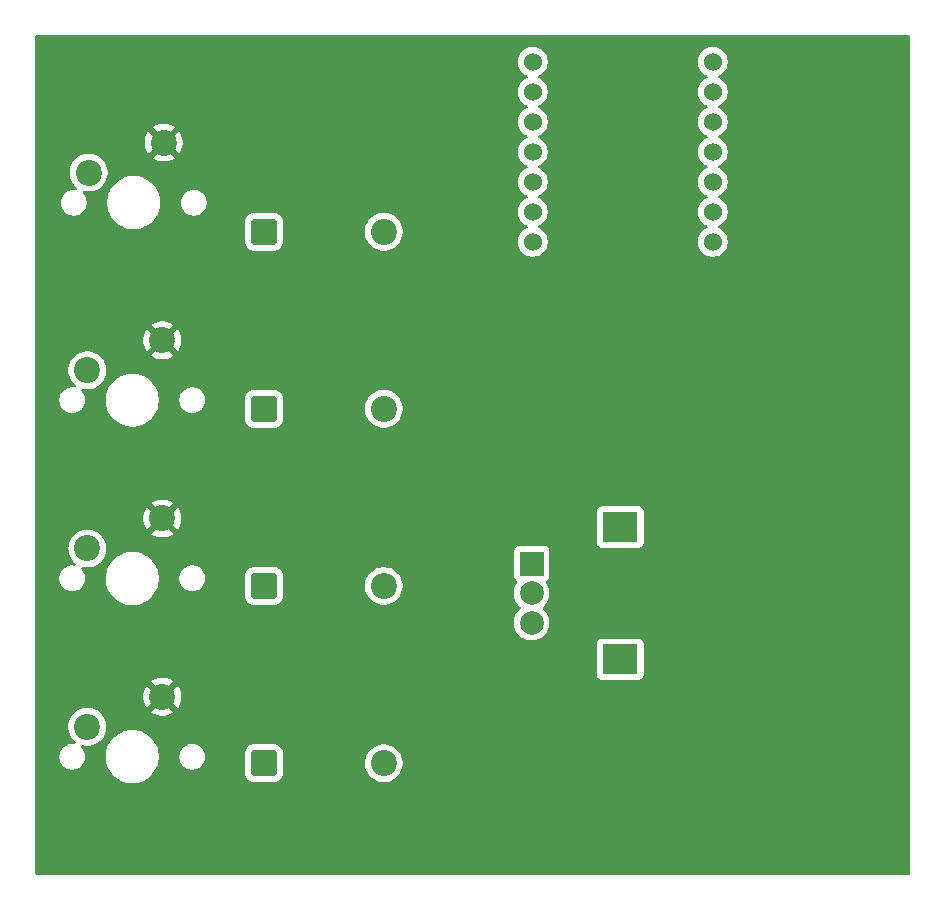
<source format=gbl>
G04 #@! TF.GenerationSoftware,KiCad,Pcbnew,9.0.6*
G04 #@! TF.CreationDate,2025-12-19T00:03:08+05:30*
G04 #@! TF.ProjectId,macropad,6d616372-6f70-4616-942e-6b696361645f,rev?*
G04 #@! TF.SameCoordinates,Original*
G04 #@! TF.FileFunction,Copper,L4,Bot*
G04 #@! TF.FilePolarity,Positive*
%FSLAX46Y46*%
G04 Gerber Fmt 4.6, Leading zero omitted, Abs format (unit mm)*
G04 Created by KiCad (PCBNEW 9.0.6) date 2025-12-19 00:03:08*
%MOMM*%
%LPD*%
G01*
G04 APERTURE LIST*
G04 Aperture macros list*
%AMRoundRect*
0 Rectangle with rounded corners*
0 $1 Rounding radius*
0 $2 $3 $4 $5 $6 $7 $8 $9 X,Y pos of 4 corners*
0 Add a 4 corners polygon primitive as box body*
4,1,4,$2,$3,$4,$5,$6,$7,$8,$9,$2,$3,0*
0 Add four circle primitives for the rounded corners*
1,1,$1+$1,$2,$3*
1,1,$1+$1,$4,$5*
1,1,$1+$1,$6,$7*
1,1,$1+$1,$8,$9*
0 Add four rect primitives between the rounded corners*
20,1,$1+$1,$2,$3,$4,$5,0*
20,1,$1+$1,$4,$5,$6,$7,0*
20,1,$1+$1,$6,$7,$8,$9,0*
20,1,$1+$1,$8,$9,$2,$3,0*%
G04 Aperture macros list end*
G04 #@! TA.AperFunction,ComponentPad*
%ADD10C,2.200000*%
G04 #@! TD*
G04 #@! TA.AperFunction,ComponentPad*
%ADD11C,1.524000*%
G04 #@! TD*
G04 #@! TA.AperFunction,ComponentPad*
%ADD12R,2.000000X2.000000*%
G04 #@! TD*
G04 #@! TA.AperFunction,ComponentPad*
%ADD13C,2.000000*%
G04 #@! TD*
G04 #@! TA.AperFunction,ComponentPad*
%ADD14R,3.000000X2.500000*%
G04 #@! TD*
G04 #@! TA.AperFunction,ComponentPad*
%ADD15RoundRect,0.249999X-0.850001X-0.850001X0.850001X-0.850001X0.850001X0.850001X-0.850001X0.850001X0*%
G04 #@! TD*
G04 APERTURE END LIST*
D10*
X114890000Y-101910000D03*
X121240000Y-99370000D03*
D11*
X167843200Y-45618400D03*
X167843200Y-48158400D03*
X167843200Y-50698400D03*
X167843200Y-53238400D03*
X167843200Y-55778400D03*
X167843200Y-58318400D03*
X167843200Y-60858400D03*
X152603200Y-60858400D03*
X152603200Y-58318400D03*
X152603200Y-55778400D03*
X152603200Y-53238400D03*
X152603200Y-50698400D03*
X152603200Y-48158400D03*
X152603200Y-45618400D03*
D12*
X152500000Y-88100000D03*
D13*
X152500000Y-93100000D03*
X152500000Y-90600000D03*
D14*
X160000000Y-85000000D03*
X160000000Y-96200000D03*
D10*
X121240000Y-84280000D03*
X114890000Y-86820000D03*
X121240000Y-69190000D03*
X114890000Y-71730000D03*
X121350000Y-52460000D03*
X115000000Y-55000000D03*
D15*
X129840000Y-105000000D03*
D10*
X140000000Y-105000000D03*
D15*
X129840000Y-90000000D03*
D10*
X140000000Y-90000000D03*
D15*
X129840000Y-75000000D03*
D10*
X140000000Y-75000000D03*
D15*
X129840000Y-60000000D03*
D10*
X140000000Y-60000000D03*
G04 #@! TA.AperFunction,Conductor*
G36*
X184442539Y-43344585D02*
G01*
X184488294Y-43397389D01*
X184499500Y-43448900D01*
X184499500Y-114375500D01*
X184479815Y-114442539D01*
X184427011Y-114488294D01*
X184375500Y-114499500D01*
X110624500Y-114499500D01*
X110557461Y-114479815D01*
X110511706Y-114427011D01*
X110500500Y-114375500D01*
X110500500Y-104363389D01*
X112519500Y-104363389D01*
X112519500Y-104536611D01*
X112546598Y-104707701D01*
X112600127Y-104872445D01*
X112678768Y-105026788D01*
X112780586Y-105166928D01*
X112903072Y-105289414D01*
X113043212Y-105391232D01*
X113197555Y-105469873D01*
X113362299Y-105523402D01*
X113533389Y-105550500D01*
X113533390Y-105550500D01*
X113706610Y-105550500D01*
X113706611Y-105550500D01*
X113877701Y-105523402D01*
X114042445Y-105469873D01*
X114196788Y-105391232D01*
X114336928Y-105289414D01*
X114459414Y-105166928D01*
X114561232Y-105026788D01*
X114639873Y-104872445D01*
X114693402Y-104707701D01*
X114720500Y-104536611D01*
X114720500Y-104363389D01*
X114710854Y-104302486D01*
X116449500Y-104302486D01*
X116449500Y-104597513D01*
X116481571Y-104841113D01*
X116488007Y-104889993D01*
X116562212Y-105166930D01*
X116564361Y-105174951D01*
X116564364Y-105174961D01*
X116677254Y-105447500D01*
X116677258Y-105447510D01*
X116824761Y-105702993D01*
X117004352Y-105937040D01*
X117004358Y-105937047D01*
X117212952Y-106145641D01*
X117212959Y-106145647D01*
X117447006Y-106325238D01*
X117702489Y-106472741D01*
X117702490Y-106472741D01*
X117702493Y-106472743D01*
X117975048Y-106585639D01*
X118260007Y-106661993D01*
X118552494Y-106700500D01*
X118552501Y-106700500D01*
X118847499Y-106700500D01*
X118847506Y-106700500D01*
X119139993Y-106661993D01*
X119424952Y-106585639D01*
X119697507Y-106472743D01*
X119952994Y-106325238D01*
X120187042Y-106145646D01*
X120395646Y-105937042D01*
X120575238Y-105702994D01*
X120722743Y-105447507D01*
X120835639Y-105174952D01*
X120911993Y-104889993D01*
X120950500Y-104597506D01*
X120950500Y-104363389D01*
X122679500Y-104363389D01*
X122679500Y-104536611D01*
X122706598Y-104707701D01*
X122760127Y-104872445D01*
X122838768Y-105026788D01*
X122940586Y-105166928D01*
X123063072Y-105289414D01*
X123203212Y-105391232D01*
X123357555Y-105469873D01*
X123522299Y-105523402D01*
X123693389Y-105550500D01*
X123693390Y-105550500D01*
X123866610Y-105550500D01*
X123866611Y-105550500D01*
X124037701Y-105523402D01*
X124202445Y-105469873D01*
X124356788Y-105391232D01*
X124496928Y-105289414D01*
X124619414Y-105166928D01*
X124721232Y-105026788D01*
X124799873Y-104872445D01*
X124853402Y-104707701D01*
X124880500Y-104536611D01*
X124880500Y-104363389D01*
X124853402Y-104192299D01*
X124823406Y-104099982D01*
X128239500Y-104099982D01*
X128239500Y-105900017D01*
X128250000Y-106002796D01*
X128297335Y-106145641D01*
X128305186Y-106169335D01*
X128397288Y-106318656D01*
X128521344Y-106442712D01*
X128670665Y-106534814D01*
X128837202Y-106589999D01*
X128939990Y-106600500D01*
X128939995Y-106600500D01*
X130740005Y-106600500D01*
X130740010Y-106600500D01*
X130842798Y-106589999D01*
X131009335Y-106534814D01*
X131158656Y-106442712D01*
X131282712Y-106318656D01*
X131374814Y-106169335D01*
X131429999Y-106002798D01*
X131440500Y-105900010D01*
X131440500Y-104874038D01*
X138399500Y-104874038D01*
X138399500Y-105125962D01*
X138438910Y-105374785D01*
X138516760Y-105614383D01*
X138631132Y-105838848D01*
X138779201Y-106042649D01*
X138779205Y-106042654D01*
X138957345Y-106220794D01*
X138957350Y-106220798D01*
X139135117Y-106349952D01*
X139161155Y-106368870D01*
X139304184Y-106441747D01*
X139385616Y-106483239D01*
X139385618Y-106483239D01*
X139385621Y-106483241D01*
X139625215Y-106561090D01*
X139874038Y-106600500D01*
X139874039Y-106600500D01*
X140125961Y-106600500D01*
X140125962Y-106600500D01*
X140374785Y-106561090D01*
X140614379Y-106483241D01*
X140838845Y-106368870D01*
X141042656Y-106220793D01*
X141220793Y-106042656D01*
X141368870Y-105838845D01*
X141483241Y-105614379D01*
X141561090Y-105374785D01*
X141600500Y-105125962D01*
X141600500Y-104874038D01*
X141561090Y-104625215D01*
X141483241Y-104385621D01*
X141483239Y-104385618D01*
X141483239Y-104385616D01*
X141440882Y-104302486D01*
X141368870Y-104161155D01*
X141324425Y-104099982D01*
X141220798Y-103957350D01*
X141220794Y-103957345D01*
X141042654Y-103779205D01*
X141042649Y-103779201D01*
X140838848Y-103631132D01*
X140838847Y-103631131D01*
X140838845Y-103631130D01*
X140768747Y-103595413D01*
X140614383Y-103516760D01*
X140374785Y-103438910D01*
X140319332Y-103430127D01*
X140125962Y-103399500D01*
X139874038Y-103399500D01*
X139807738Y-103410001D01*
X139625214Y-103438910D01*
X139385616Y-103516760D01*
X139161151Y-103631132D01*
X138957350Y-103779201D01*
X138957345Y-103779205D01*
X138779205Y-103957345D01*
X138779201Y-103957350D01*
X138631132Y-104161151D01*
X138516760Y-104385616D01*
X138467699Y-104536611D01*
X138438910Y-104625215D01*
X138399500Y-104874038D01*
X131440500Y-104874038D01*
X131440500Y-104099990D01*
X131429999Y-103997202D01*
X131374814Y-103830665D01*
X131282712Y-103681344D01*
X131158656Y-103557288D01*
X131018907Y-103471090D01*
X131009337Y-103465187D01*
X131009332Y-103465185D01*
X130971018Y-103452489D01*
X130842798Y-103410001D01*
X130842796Y-103410000D01*
X130740017Y-103399500D01*
X130740010Y-103399500D01*
X128939990Y-103399500D01*
X128939982Y-103399500D01*
X128837203Y-103410000D01*
X128837202Y-103410001D01*
X128776466Y-103430127D01*
X128670667Y-103465185D01*
X128670662Y-103465187D01*
X128521342Y-103557289D01*
X128397289Y-103681342D01*
X128305187Y-103830662D01*
X128305185Y-103830667D01*
X128291087Y-103873212D01*
X128250001Y-103997202D01*
X128250001Y-103997203D01*
X128250000Y-103997203D01*
X128239500Y-104099982D01*
X124823406Y-104099982D01*
X124799873Y-104027555D01*
X124721232Y-103873212D01*
X124619414Y-103733072D01*
X124496928Y-103610586D01*
X124356788Y-103508768D01*
X124202445Y-103430127D01*
X124037701Y-103376598D01*
X124037699Y-103376597D01*
X124037698Y-103376597D01*
X123906271Y-103355781D01*
X123866611Y-103349500D01*
X123693389Y-103349500D01*
X123653728Y-103355781D01*
X123522302Y-103376597D01*
X123357552Y-103430128D01*
X123203211Y-103508768D01*
X123146289Y-103550125D01*
X123063072Y-103610586D01*
X123063070Y-103610588D01*
X123063069Y-103610588D01*
X122940588Y-103733069D01*
X122940588Y-103733070D01*
X122940586Y-103733072D01*
X122907071Y-103779201D01*
X122838768Y-103873211D01*
X122760128Y-104027552D01*
X122706597Y-104192302D01*
X122679500Y-104363389D01*
X120950500Y-104363389D01*
X120950500Y-104302494D01*
X120911993Y-104010007D01*
X120835639Y-103725048D01*
X120722743Y-103452493D01*
X120698210Y-103410001D01*
X120575238Y-103197006D01*
X120395647Y-102962959D01*
X120395641Y-102962952D01*
X120187047Y-102754358D01*
X120187040Y-102754352D01*
X119952993Y-102574761D01*
X119697510Y-102427258D01*
X119697500Y-102427254D01*
X119424961Y-102314364D01*
X119424954Y-102314362D01*
X119424952Y-102314361D01*
X119139993Y-102238007D01*
X119091113Y-102231571D01*
X118847513Y-102199500D01*
X118847506Y-102199500D01*
X118552494Y-102199500D01*
X118552486Y-102199500D01*
X118274085Y-102236153D01*
X118260007Y-102238007D01*
X118085428Y-102284785D01*
X117975048Y-102314361D01*
X117975038Y-102314364D01*
X117702499Y-102427254D01*
X117702489Y-102427258D01*
X117447006Y-102574761D01*
X117212959Y-102754352D01*
X117212952Y-102754358D01*
X117004358Y-102962952D01*
X117004352Y-102962959D01*
X116824761Y-103197006D01*
X116677258Y-103452489D01*
X116677254Y-103452499D01*
X116564364Y-103725038D01*
X116564361Y-103725048D01*
X116488008Y-104010004D01*
X116488006Y-104010015D01*
X116449500Y-104302486D01*
X114710854Y-104302486D01*
X114693402Y-104192299D01*
X114639873Y-104027555D01*
X114561232Y-103873212D01*
X114459414Y-103733072D01*
X114407482Y-103681140D01*
X114373997Y-103619817D01*
X114378981Y-103550125D01*
X114420853Y-103494192D01*
X114486317Y-103469775D01*
X114514561Y-103470986D01*
X114515212Y-103471089D01*
X114515215Y-103471090D01*
X114764038Y-103510500D01*
X114764039Y-103510500D01*
X115015961Y-103510500D01*
X115015962Y-103510500D01*
X115264785Y-103471090D01*
X115504379Y-103393241D01*
X115728845Y-103278870D01*
X115932656Y-103130793D01*
X116110793Y-102952656D01*
X116258870Y-102748845D01*
X116373241Y-102524379D01*
X116451090Y-102284785D01*
X116490500Y-102035962D01*
X116490500Y-101784038D01*
X116451090Y-101535215D01*
X116373241Y-101295621D01*
X116373239Y-101295618D01*
X116373239Y-101295616D01*
X116331747Y-101214184D01*
X116258870Y-101071155D01*
X116156753Y-100930602D01*
X116110798Y-100867350D01*
X116110794Y-100867345D01*
X115932654Y-100689205D01*
X115932649Y-100689201D01*
X115728848Y-100541132D01*
X115728847Y-100541131D01*
X115728845Y-100541130D01*
X115658747Y-100505413D01*
X115504383Y-100426760D01*
X115264785Y-100348910D01*
X115015962Y-100309500D01*
X114764038Y-100309500D01*
X114639626Y-100329205D01*
X114515214Y-100348910D01*
X114275616Y-100426760D01*
X114051151Y-100541132D01*
X113847350Y-100689201D01*
X113847345Y-100689205D01*
X113669205Y-100867345D01*
X113669201Y-100867350D01*
X113521132Y-101071151D01*
X113406760Y-101295616D01*
X113328910Y-101535214D01*
X113289500Y-101784038D01*
X113289500Y-102035961D01*
X113328910Y-102284785D01*
X113406760Y-102524383D01*
X113521132Y-102748848D01*
X113669201Y-102952649D01*
X113669205Y-102952654D01*
X113669207Y-102952656D01*
X113847344Y-103130793D01*
X113847345Y-103130794D01*
X113847344Y-103130794D01*
X113853661Y-103135383D01*
X113896327Y-103190714D01*
X113902305Y-103260327D01*
X113869699Y-103322122D01*
X113808860Y-103356479D01*
X113761378Y-103358174D01*
X113706611Y-103349500D01*
X113533389Y-103349500D01*
X113493728Y-103355781D01*
X113362302Y-103376597D01*
X113197552Y-103430128D01*
X113043211Y-103508768D01*
X112986289Y-103550125D01*
X112903072Y-103610586D01*
X112903070Y-103610588D01*
X112903069Y-103610588D01*
X112780588Y-103733069D01*
X112780588Y-103733070D01*
X112780586Y-103733072D01*
X112747071Y-103779201D01*
X112678768Y-103873211D01*
X112600128Y-104027552D01*
X112546597Y-104192302D01*
X112519500Y-104363389D01*
X110500500Y-104363389D01*
X110500500Y-99244071D01*
X119640000Y-99244071D01*
X119640000Y-99495928D01*
X119679397Y-99744669D01*
X119757219Y-99984184D01*
X119871557Y-100208583D01*
X119945748Y-100310697D01*
X119945748Y-100310698D01*
X120562421Y-99694024D01*
X120575359Y-99725258D01*
X120657437Y-99848097D01*
X120761903Y-99952563D01*
X120884742Y-100034641D01*
X120915974Y-100047577D01*
X120299300Y-100664250D01*
X120401416Y-100738442D01*
X120625815Y-100852780D01*
X120865330Y-100930602D01*
X121114072Y-100970000D01*
X121365928Y-100970000D01*
X121614669Y-100930602D01*
X121854184Y-100852780D01*
X122078575Y-100738446D01*
X122078581Y-100738442D01*
X122180697Y-100664250D01*
X122180698Y-100664250D01*
X121564025Y-100047578D01*
X121595258Y-100034641D01*
X121718097Y-99952563D01*
X121822563Y-99848097D01*
X121904641Y-99725258D01*
X121917577Y-99694025D01*
X122534250Y-100310698D01*
X122534250Y-100310697D01*
X122608442Y-100208581D01*
X122608446Y-100208575D01*
X122722780Y-99984184D01*
X122800602Y-99744669D01*
X122840000Y-99495928D01*
X122840000Y-99244071D01*
X122800602Y-98995330D01*
X122722780Y-98755815D01*
X122608442Y-98531416D01*
X122534250Y-98429301D01*
X122534250Y-98429300D01*
X121917577Y-99045973D01*
X121904641Y-99014742D01*
X121822563Y-98891903D01*
X121718097Y-98787437D01*
X121595258Y-98705359D01*
X121564024Y-98692421D01*
X122180698Y-98075748D01*
X122078583Y-98001557D01*
X121854184Y-97887219D01*
X121614669Y-97809397D01*
X121365928Y-97770000D01*
X121114072Y-97770000D01*
X120865330Y-97809397D01*
X120625815Y-97887219D01*
X120401413Y-98001559D01*
X120299301Y-98075747D01*
X120299300Y-98075748D01*
X120915974Y-98692421D01*
X120884742Y-98705359D01*
X120761903Y-98787437D01*
X120657437Y-98891903D01*
X120575359Y-99014742D01*
X120562421Y-99045974D01*
X119945748Y-98429300D01*
X119945747Y-98429301D01*
X119871559Y-98531413D01*
X119757219Y-98755815D01*
X119679397Y-98995330D01*
X119640000Y-99244071D01*
X110500500Y-99244071D01*
X110500500Y-94902135D01*
X157999500Y-94902135D01*
X157999500Y-97497870D01*
X157999501Y-97497876D01*
X158005908Y-97557483D01*
X158056202Y-97692328D01*
X158056206Y-97692335D01*
X158142452Y-97807544D01*
X158142455Y-97807547D01*
X158257664Y-97893793D01*
X158257671Y-97893797D01*
X158392517Y-97944091D01*
X158392516Y-97944091D01*
X158399444Y-97944835D01*
X158452127Y-97950500D01*
X161547872Y-97950499D01*
X161607483Y-97944091D01*
X161742331Y-97893796D01*
X161857546Y-97807546D01*
X161943796Y-97692331D01*
X161994091Y-97557483D01*
X162000500Y-97497873D01*
X162000499Y-94902128D01*
X161994091Y-94842517D01*
X161943796Y-94707669D01*
X161943795Y-94707668D01*
X161943793Y-94707664D01*
X161857547Y-94592455D01*
X161857544Y-94592452D01*
X161742335Y-94506206D01*
X161742328Y-94506202D01*
X161607482Y-94455908D01*
X161607483Y-94455908D01*
X161547883Y-94449501D01*
X161547881Y-94449500D01*
X161547873Y-94449500D01*
X161547864Y-94449500D01*
X158452129Y-94449500D01*
X158452123Y-94449501D01*
X158392516Y-94455908D01*
X158257671Y-94506202D01*
X158257664Y-94506206D01*
X158142455Y-94592452D01*
X158142452Y-94592455D01*
X158056206Y-94707664D01*
X158056202Y-94707671D01*
X158005908Y-94842517D01*
X157999501Y-94902116D01*
X157999501Y-94902123D01*
X157999500Y-94902135D01*
X110500500Y-94902135D01*
X110500500Y-89273388D01*
X112519500Y-89273388D01*
X112519500Y-89273389D01*
X112519500Y-89446611D01*
X112521232Y-89457544D01*
X112535192Y-89545690D01*
X112546598Y-89617701D01*
X112600127Y-89782445D01*
X112678768Y-89936788D01*
X112780586Y-90076928D01*
X112903072Y-90199414D01*
X113043212Y-90301232D01*
X113197555Y-90379873D01*
X113362299Y-90433402D01*
X113533389Y-90460500D01*
X113533390Y-90460500D01*
X113706610Y-90460500D01*
X113706611Y-90460500D01*
X113877701Y-90433402D01*
X114042445Y-90379873D01*
X114196788Y-90301232D01*
X114336928Y-90199414D01*
X114459414Y-90076928D01*
X114561232Y-89936788D01*
X114639873Y-89782445D01*
X114693402Y-89617701D01*
X114720500Y-89446611D01*
X114720500Y-89273389D01*
X114710854Y-89212486D01*
X116449500Y-89212486D01*
X116449500Y-89507513D01*
X116481571Y-89751113D01*
X116488007Y-89799993D01*
X116562212Y-90076930D01*
X116564361Y-90084951D01*
X116564364Y-90084961D01*
X116677254Y-90357500D01*
X116677258Y-90357510D01*
X116824761Y-90612993D01*
X117004352Y-90847040D01*
X117004358Y-90847047D01*
X117212952Y-91055641D01*
X117212959Y-91055647D01*
X117447006Y-91235238D01*
X117702489Y-91382741D01*
X117702490Y-91382741D01*
X117702493Y-91382743D01*
X117847266Y-91442710D01*
X117945116Y-91483241D01*
X117975048Y-91495639D01*
X118260007Y-91571993D01*
X118552494Y-91610500D01*
X118552501Y-91610500D01*
X118847499Y-91610500D01*
X118847506Y-91610500D01*
X119139993Y-91571993D01*
X119424952Y-91495639D01*
X119697507Y-91382743D01*
X119952994Y-91235238D01*
X120187042Y-91055646D01*
X120395646Y-90847042D01*
X120575238Y-90612994D01*
X120722743Y-90357507D01*
X120835639Y-90084952D01*
X120911993Y-89799993D01*
X120950500Y-89507506D01*
X120950500Y-89273388D01*
X122679500Y-89273388D01*
X122679500Y-89273389D01*
X122679500Y-89446611D01*
X122681232Y-89457544D01*
X122695192Y-89545690D01*
X122706598Y-89617701D01*
X122760127Y-89782445D01*
X122838768Y-89936788D01*
X122940586Y-90076928D01*
X123063072Y-90199414D01*
X123203212Y-90301232D01*
X123357555Y-90379873D01*
X123522299Y-90433402D01*
X123693389Y-90460500D01*
X123693390Y-90460500D01*
X123866610Y-90460500D01*
X123866611Y-90460500D01*
X124037701Y-90433402D01*
X124202445Y-90379873D01*
X124356788Y-90301232D01*
X124496928Y-90199414D01*
X124619414Y-90076928D01*
X124721232Y-89936788D01*
X124799873Y-89782445D01*
X124853402Y-89617701D01*
X124880500Y-89446611D01*
X124880500Y-89273389D01*
X124880500Y-89273388D01*
X124855609Y-89116230D01*
X124853402Y-89102301D01*
X124853402Y-89102299D01*
X124852649Y-89099982D01*
X128239500Y-89099982D01*
X128239500Y-90900017D01*
X128250000Y-91002796D01*
X128305185Y-91169332D01*
X128305187Y-91169337D01*
X128336926Y-91220793D01*
X128397288Y-91318656D01*
X128521344Y-91442712D01*
X128670665Y-91534814D01*
X128837202Y-91589999D01*
X128939990Y-91600500D01*
X128939995Y-91600500D01*
X130740005Y-91600500D01*
X130740010Y-91600500D01*
X130842798Y-91589999D01*
X131009335Y-91534814D01*
X131158656Y-91442712D01*
X131282712Y-91318656D01*
X131374814Y-91169335D01*
X131429999Y-91002798D01*
X131440500Y-90900010D01*
X131440500Y-89874038D01*
X138399500Y-89874038D01*
X138399500Y-90125961D01*
X138438910Y-90374785D01*
X138516760Y-90614383D01*
X138631132Y-90838848D01*
X138779201Y-91042649D01*
X138779205Y-91042654D01*
X138957345Y-91220794D01*
X138957350Y-91220798D01*
X139135117Y-91349952D01*
X139161155Y-91368870D01*
X139304184Y-91441747D01*
X139385616Y-91483239D01*
X139385618Y-91483239D01*
X139385621Y-91483241D01*
X139625215Y-91561090D01*
X139874038Y-91600500D01*
X139874039Y-91600500D01*
X140125961Y-91600500D01*
X140125962Y-91600500D01*
X140374785Y-91561090D01*
X140614379Y-91483241D01*
X140838845Y-91368870D01*
X141042656Y-91220793D01*
X141220793Y-91042656D01*
X141368870Y-90838845D01*
X141483241Y-90614379D01*
X141561090Y-90374785D01*
X141600500Y-90125962D01*
X141600500Y-89874038D01*
X141561090Y-89625215D01*
X141483241Y-89385621D01*
X141483239Y-89385618D01*
X141483239Y-89385616D01*
X141441747Y-89304184D01*
X141368870Y-89161155D01*
X141324425Y-89099982D01*
X141220798Y-88957350D01*
X141220794Y-88957345D01*
X141042654Y-88779205D01*
X141042649Y-88779201D01*
X140838848Y-88631132D01*
X140838847Y-88631131D01*
X140838845Y-88631130D01*
X140760360Y-88591140D01*
X140614383Y-88516760D01*
X140374785Y-88438910D01*
X140125962Y-88399500D01*
X139874038Y-88399500D01*
X139807738Y-88410001D01*
X139625214Y-88438910D01*
X139385616Y-88516760D01*
X139161151Y-88631132D01*
X138957350Y-88779201D01*
X138957345Y-88779205D01*
X138779205Y-88957345D01*
X138779201Y-88957350D01*
X138631132Y-89161151D01*
X138516760Y-89385616D01*
X138438910Y-89625214D01*
X138399500Y-89874038D01*
X131440500Y-89874038D01*
X131440500Y-89099990D01*
X131429999Y-88997202D01*
X131374814Y-88830665D01*
X131282712Y-88681344D01*
X131158656Y-88557288D01*
X131009335Y-88465186D01*
X130842798Y-88410001D01*
X130842796Y-88410000D01*
X130740017Y-88399500D01*
X130740010Y-88399500D01*
X128939990Y-88399500D01*
X128939982Y-88399500D01*
X128837203Y-88410000D01*
X128837202Y-88410001D01*
X128754669Y-88437349D01*
X128670667Y-88465185D01*
X128670662Y-88465187D01*
X128521342Y-88557289D01*
X128397289Y-88681342D01*
X128305187Y-88830662D01*
X128305186Y-88830665D01*
X128250001Y-88997202D01*
X128250001Y-88997203D01*
X128250000Y-88997203D01*
X128239500Y-89099982D01*
X124852649Y-89099982D01*
X124799873Y-88937555D01*
X124721232Y-88783212D01*
X124619414Y-88643072D01*
X124496928Y-88520586D01*
X124356788Y-88418768D01*
X124202445Y-88340127D01*
X124037701Y-88286598D01*
X124037699Y-88286597D01*
X124037698Y-88286597D01*
X123906271Y-88265781D01*
X123866611Y-88259500D01*
X123693389Y-88259500D01*
X123653728Y-88265781D01*
X123522302Y-88286597D01*
X123357552Y-88340128D01*
X123203211Y-88418768D01*
X123139323Y-88465186D01*
X123063072Y-88520586D01*
X123063070Y-88520588D01*
X123063069Y-88520588D01*
X122940588Y-88643069D01*
X122940588Y-88643070D01*
X122940586Y-88643072D01*
X122912781Y-88681342D01*
X122838768Y-88783211D01*
X122760128Y-88937552D01*
X122706597Y-89102302D01*
X122679500Y-89273388D01*
X120950500Y-89273388D01*
X120950500Y-89212494D01*
X120911993Y-88920007D01*
X120835639Y-88635048D01*
X120722743Y-88362493D01*
X120667309Y-88266479D01*
X120575238Y-88107006D01*
X120395647Y-87872959D01*
X120395641Y-87872952D01*
X120187047Y-87664358D01*
X120187040Y-87664352D01*
X119952993Y-87484761D01*
X119697510Y-87337258D01*
X119697500Y-87337254D01*
X119424961Y-87224364D01*
X119424954Y-87224362D01*
X119424952Y-87224361D01*
X119139993Y-87148007D01*
X119091113Y-87141571D01*
X118847513Y-87109500D01*
X118847506Y-87109500D01*
X118552494Y-87109500D01*
X118552486Y-87109500D01*
X118274085Y-87146153D01*
X118260007Y-87148007D01*
X118085428Y-87194785D01*
X117975048Y-87224361D01*
X117975038Y-87224364D01*
X117702499Y-87337254D01*
X117702489Y-87337258D01*
X117447006Y-87484761D01*
X117212959Y-87664352D01*
X117212952Y-87664358D01*
X117004358Y-87872952D01*
X117004352Y-87872959D01*
X116824761Y-88107006D01*
X116677258Y-88362489D01*
X116677254Y-88362499D01*
X116564364Y-88635038D01*
X116564361Y-88635048D01*
X116511946Y-88830667D01*
X116488008Y-88920004D01*
X116488006Y-88920015D01*
X116449500Y-89212486D01*
X114710854Y-89212486D01*
X114693402Y-89102299D01*
X114639873Y-88937555D01*
X114561232Y-88783212D01*
X114459414Y-88643072D01*
X114407482Y-88591140D01*
X114373997Y-88529817D01*
X114378981Y-88460125D01*
X114420853Y-88404192D01*
X114486317Y-88379775D01*
X114514561Y-88380986D01*
X114515212Y-88381089D01*
X114515215Y-88381090D01*
X114764038Y-88420500D01*
X114764039Y-88420500D01*
X115015961Y-88420500D01*
X115015962Y-88420500D01*
X115264785Y-88381090D01*
X115504379Y-88303241D01*
X115728845Y-88188870D01*
X115932656Y-88040793D01*
X116110793Y-87862656D01*
X116258870Y-87658845D01*
X116373241Y-87434379D01*
X116451090Y-87194785D01*
X116473684Y-87052135D01*
X150999500Y-87052135D01*
X150999500Y-89147870D01*
X150999501Y-89147876D01*
X151005908Y-89207483D01*
X151056202Y-89342328D01*
X151056206Y-89342335D01*
X151142452Y-89457544D01*
X151142455Y-89457547D01*
X151260198Y-89545690D01*
X151302069Y-89601623D01*
X151307053Y-89671315D01*
X151286205Y-89717841D01*
X151216659Y-89813563D01*
X151109433Y-90024003D01*
X151036446Y-90248631D01*
X150999500Y-90481902D01*
X150999500Y-90718097D01*
X151036446Y-90951368D01*
X151109433Y-91175996D01*
X151139619Y-91235238D01*
X151216657Y-91386433D01*
X151355483Y-91577510D01*
X151355485Y-91577512D01*
X151522490Y-91744517D01*
X151529603Y-91749685D01*
X151572266Y-91805017D01*
X151578242Y-91874630D01*
X151545634Y-91936424D01*
X151529603Y-91950315D01*
X151522490Y-91955482D01*
X151355485Y-92122487D01*
X151355485Y-92122488D01*
X151355483Y-92122490D01*
X151295862Y-92204550D01*
X151216657Y-92313566D01*
X151109433Y-92524003D01*
X151036446Y-92748631D01*
X150999500Y-92981902D01*
X150999500Y-93218097D01*
X151036446Y-93451368D01*
X151109433Y-93675996D01*
X151216657Y-93886433D01*
X151355483Y-94077510D01*
X151522490Y-94244517D01*
X151713567Y-94383343D01*
X151812991Y-94434002D01*
X151924003Y-94490566D01*
X151924005Y-94490566D01*
X151924008Y-94490568D01*
X151972131Y-94506204D01*
X152148631Y-94563553D01*
X152381903Y-94600500D01*
X152381908Y-94600500D01*
X152618097Y-94600500D01*
X152851368Y-94563553D01*
X153075992Y-94490568D01*
X153286433Y-94383343D01*
X153477510Y-94244517D01*
X153644517Y-94077510D01*
X153783343Y-93886433D01*
X153890568Y-93675992D01*
X153963553Y-93451368D01*
X154000500Y-93218097D01*
X154000500Y-92981902D01*
X153963553Y-92748631D01*
X153890566Y-92524003D01*
X153783342Y-92313566D01*
X153644517Y-92122490D01*
X153477510Y-91955483D01*
X153470401Y-91950318D01*
X153427735Y-91894988D01*
X153421756Y-91825375D01*
X153454362Y-91763580D01*
X153470401Y-91749682D01*
X153470500Y-91749609D01*
X153477510Y-91744517D01*
X153644517Y-91577510D01*
X153783343Y-91386433D01*
X153890568Y-91175992D01*
X153963553Y-90951368D01*
X153980076Y-90847047D01*
X154000500Y-90718097D01*
X154000500Y-90481902D01*
X153963553Y-90248631D01*
X153910370Y-90084952D01*
X153890568Y-90024008D01*
X153890566Y-90024005D01*
X153890566Y-90024003D01*
X153834002Y-89912991D01*
X153783343Y-89813567D01*
X153713793Y-89717840D01*
X153690314Y-89652036D01*
X153706139Y-89583982D01*
X153739801Y-89545689D01*
X153742328Y-89543796D01*
X153742331Y-89543796D01*
X153857546Y-89457546D01*
X153943796Y-89342331D01*
X153994091Y-89207483D01*
X154000500Y-89147873D01*
X154000499Y-87052128D01*
X153994091Y-86992517D01*
X153943796Y-86857669D01*
X153943795Y-86857668D01*
X153943793Y-86857664D01*
X153857547Y-86742455D01*
X153857544Y-86742452D01*
X153742335Y-86656206D01*
X153742328Y-86656202D01*
X153607482Y-86605908D01*
X153607483Y-86605908D01*
X153547883Y-86599501D01*
X153547881Y-86599500D01*
X153547873Y-86599500D01*
X153547864Y-86599500D01*
X151452129Y-86599500D01*
X151452123Y-86599501D01*
X151392516Y-86605908D01*
X151257671Y-86656202D01*
X151257664Y-86656206D01*
X151142455Y-86742452D01*
X151142452Y-86742455D01*
X151056206Y-86857664D01*
X151056202Y-86857671D01*
X151005908Y-86992517D01*
X150999501Y-87052116D01*
X150999501Y-87052123D01*
X150999500Y-87052135D01*
X116473684Y-87052135D01*
X116490500Y-86945962D01*
X116490500Y-86694038D01*
X116451090Y-86445215D01*
X116373241Y-86205621D01*
X116373239Y-86205618D01*
X116373239Y-86205616D01*
X116331747Y-86124184D01*
X116258870Y-85981155D01*
X116156753Y-85840602D01*
X116110798Y-85777350D01*
X116110794Y-85777345D01*
X115932654Y-85599205D01*
X115932649Y-85599201D01*
X115728848Y-85451132D01*
X115728847Y-85451131D01*
X115728845Y-85451130D01*
X115658747Y-85415413D01*
X115504383Y-85336760D01*
X115264785Y-85258910D01*
X115015962Y-85219500D01*
X114764038Y-85219500D01*
X114639626Y-85239205D01*
X114515214Y-85258910D01*
X114275616Y-85336760D01*
X114051151Y-85451132D01*
X113847350Y-85599201D01*
X113847345Y-85599205D01*
X113669205Y-85777345D01*
X113669201Y-85777350D01*
X113521132Y-85981151D01*
X113406760Y-86205616D01*
X113328910Y-86445214D01*
X113303458Y-86605909D01*
X113289500Y-86694038D01*
X113289500Y-86945962D01*
X113296874Y-86992517D01*
X113328910Y-87194785D01*
X113406760Y-87434383D01*
X113521132Y-87658848D01*
X113669201Y-87862649D01*
X113669205Y-87862654D01*
X113669207Y-87862656D01*
X113847344Y-88040793D01*
X113847345Y-88040794D01*
X113847344Y-88040794D01*
X113853661Y-88045383D01*
X113896327Y-88100714D01*
X113902305Y-88170327D01*
X113869699Y-88232122D01*
X113808860Y-88266479D01*
X113761378Y-88268174D01*
X113706611Y-88259500D01*
X113533389Y-88259500D01*
X113493728Y-88265781D01*
X113362302Y-88286597D01*
X113197552Y-88340128D01*
X113043211Y-88418768D01*
X112979323Y-88465186D01*
X112903072Y-88520586D01*
X112903070Y-88520588D01*
X112903069Y-88520588D01*
X112780588Y-88643069D01*
X112780588Y-88643070D01*
X112780586Y-88643072D01*
X112752781Y-88681342D01*
X112678768Y-88783211D01*
X112600128Y-88937552D01*
X112546597Y-89102302D01*
X112519500Y-89273388D01*
X110500500Y-89273388D01*
X110500500Y-84154071D01*
X119640000Y-84154071D01*
X119640000Y-84405928D01*
X119679397Y-84654669D01*
X119757219Y-84894184D01*
X119871557Y-85118583D01*
X119945748Y-85220697D01*
X119945748Y-85220698D01*
X120562421Y-84604024D01*
X120575359Y-84635258D01*
X120657437Y-84758097D01*
X120761903Y-84862563D01*
X120884742Y-84944641D01*
X120915974Y-84957577D01*
X120299300Y-85574250D01*
X120401416Y-85648442D01*
X120625815Y-85762780D01*
X120865330Y-85840602D01*
X121114072Y-85880000D01*
X121365928Y-85880000D01*
X121614669Y-85840602D01*
X121854184Y-85762780D01*
X122078575Y-85648446D01*
X122078581Y-85648442D01*
X122180697Y-85574250D01*
X122180698Y-85574250D01*
X121564025Y-84957578D01*
X121595258Y-84944641D01*
X121718097Y-84862563D01*
X121822563Y-84758097D01*
X121904641Y-84635258D01*
X121917577Y-84604025D01*
X122534250Y-85220698D01*
X122534250Y-85220697D01*
X122608442Y-85118581D01*
X122608446Y-85118575D01*
X122722780Y-84894184D01*
X122800602Y-84654669D01*
X122840000Y-84405928D01*
X122840000Y-84154071D01*
X122800602Y-83905330D01*
X122745950Y-83737124D01*
X122734581Y-83702135D01*
X157999500Y-83702135D01*
X157999500Y-86297870D01*
X157999501Y-86297876D01*
X158005908Y-86357483D01*
X158056202Y-86492328D01*
X158056206Y-86492335D01*
X158142452Y-86607544D01*
X158142455Y-86607547D01*
X158257664Y-86693793D01*
X158257671Y-86693797D01*
X158392517Y-86744091D01*
X158392516Y-86744091D01*
X158399444Y-86744835D01*
X158452127Y-86750500D01*
X161547872Y-86750499D01*
X161607483Y-86744091D01*
X161742331Y-86693796D01*
X161857546Y-86607546D01*
X161943796Y-86492331D01*
X161994091Y-86357483D01*
X162000500Y-86297873D01*
X162000499Y-83702128D01*
X161994091Y-83642517D01*
X161943796Y-83507669D01*
X161943795Y-83507668D01*
X161943793Y-83507664D01*
X161857547Y-83392455D01*
X161857544Y-83392452D01*
X161742335Y-83306206D01*
X161742328Y-83306202D01*
X161607482Y-83255908D01*
X161607483Y-83255908D01*
X161547883Y-83249501D01*
X161547881Y-83249500D01*
X161547873Y-83249500D01*
X161547864Y-83249500D01*
X158452129Y-83249500D01*
X158452123Y-83249501D01*
X158392516Y-83255908D01*
X158257671Y-83306202D01*
X158257664Y-83306206D01*
X158142455Y-83392452D01*
X158142452Y-83392455D01*
X158056206Y-83507664D01*
X158056202Y-83507671D01*
X158005908Y-83642517D01*
X158000004Y-83697437D01*
X157999501Y-83702123D01*
X157999500Y-83702135D01*
X122734581Y-83702135D01*
X122722780Y-83665815D01*
X122608442Y-83441416D01*
X122534250Y-83339301D01*
X122534250Y-83339300D01*
X121917577Y-83955973D01*
X121904641Y-83924742D01*
X121822563Y-83801903D01*
X121718097Y-83697437D01*
X121595258Y-83615359D01*
X121564024Y-83602421D01*
X122180698Y-82985748D01*
X122078583Y-82911557D01*
X121854184Y-82797219D01*
X121614669Y-82719397D01*
X121365928Y-82680000D01*
X121114072Y-82680000D01*
X120865330Y-82719397D01*
X120625815Y-82797219D01*
X120401413Y-82911559D01*
X120299301Y-82985747D01*
X120299300Y-82985748D01*
X120915974Y-83602421D01*
X120884742Y-83615359D01*
X120761903Y-83697437D01*
X120657437Y-83801903D01*
X120575359Y-83924742D01*
X120562421Y-83955974D01*
X119945748Y-83339300D01*
X119945747Y-83339301D01*
X119871559Y-83441413D01*
X119757219Y-83665815D01*
X119679397Y-83905330D01*
X119640000Y-84154071D01*
X110500500Y-84154071D01*
X110500500Y-74183389D01*
X112519500Y-74183389D01*
X112519500Y-74356611D01*
X112546598Y-74527701D01*
X112600127Y-74692445D01*
X112678768Y-74846788D01*
X112780586Y-74986928D01*
X112903072Y-75109414D01*
X113043212Y-75211232D01*
X113197555Y-75289873D01*
X113362299Y-75343402D01*
X113533389Y-75370500D01*
X113533390Y-75370500D01*
X113706610Y-75370500D01*
X113706611Y-75370500D01*
X113877701Y-75343402D01*
X114042445Y-75289873D01*
X114196788Y-75211232D01*
X114336928Y-75109414D01*
X114459414Y-74986928D01*
X114561232Y-74846788D01*
X114639873Y-74692445D01*
X114693402Y-74527701D01*
X114720500Y-74356611D01*
X114720500Y-74183389D01*
X114710854Y-74122486D01*
X116449500Y-74122486D01*
X116449500Y-74417513D01*
X116476846Y-74625215D01*
X116488007Y-74709993D01*
X116562212Y-74986930D01*
X116564361Y-74994951D01*
X116564364Y-74994961D01*
X116677254Y-75267500D01*
X116677258Y-75267510D01*
X116824761Y-75522993D01*
X117004352Y-75757040D01*
X117004358Y-75757047D01*
X117212952Y-75965641D01*
X117212959Y-75965647D01*
X117447006Y-76145238D01*
X117702489Y-76292741D01*
X117702490Y-76292741D01*
X117702493Y-76292743D01*
X117975048Y-76405639D01*
X118260007Y-76481993D01*
X118552494Y-76520500D01*
X118552501Y-76520500D01*
X118847499Y-76520500D01*
X118847506Y-76520500D01*
X119139993Y-76481993D01*
X119424952Y-76405639D01*
X119697507Y-76292743D01*
X119952994Y-76145238D01*
X120187042Y-75965646D01*
X120395646Y-75757042D01*
X120575238Y-75522994D01*
X120722743Y-75267507D01*
X120835639Y-74994952D01*
X120911993Y-74709993D01*
X120950500Y-74417506D01*
X120950500Y-74183389D01*
X122679500Y-74183389D01*
X122679500Y-74356611D01*
X122706598Y-74527701D01*
X122760127Y-74692445D01*
X122838768Y-74846788D01*
X122940586Y-74986928D01*
X123063072Y-75109414D01*
X123203212Y-75211232D01*
X123357555Y-75289873D01*
X123522299Y-75343402D01*
X123693389Y-75370500D01*
X123693390Y-75370500D01*
X123866610Y-75370500D01*
X123866611Y-75370500D01*
X124037701Y-75343402D01*
X124202445Y-75289873D01*
X124356788Y-75211232D01*
X124496928Y-75109414D01*
X124619414Y-74986928D01*
X124721232Y-74846788D01*
X124799873Y-74692445D01*
X124853402Y-74527701D01*
X124880500Y-74356611D01*
X124880500Y-74183389D01*
X124867290Y-74099982D01*
X128239500Y-74099982D01*
X128239500Y-75900017D01*
X128250000Y-76002796D01*
X128297201Y-76145238D01*
X128305186Y-76169335D01*
X128397288Y-76318656D01*
X128521344Y-76442712D01*
X128670665Y-76534814D01*
X128837202Y-76589999D01*
X128939990Y-76600500D01*
X128939995Y-76600500D01*
X130740005Y-76600500D01*
X130740010Y-76600500D01*
X130842798Y-76589999D01*
X131009335Y-76534814D01*
X131158656Y-76442712D01*
X131282712Y-76318656D01*
X131374814Y-76169335D01*
X131429999Y-76002798D01*
X131440500Y-75900010D01*
X131440500Y-74874038D01*
X138399500Y-74874038D01*
X138399500Y-75125961D01*
X138438910Y-75374785D01*
X138516760Y-75614383D01*
X138631132Y-75838848D01*
X138779201Y-76042649D01*
X138779205Y-76042654D01*
X138957345Y-76220794D01*
X138957350Y-76220798D01*
X139135117Y-76349952D01*
X139161155Y-76368870D01*
X139304184Y-76441747D01*
X139385616Y-76483239D01*
X139385618Y-76483239D01*
X139385621Y-76483241D01*
X139625215Y-76561090D01*
X139874038Y-76600500D01*
X139874039Y-76600500D01*
X140125961Y-76600500D01*
X140125962Y-76600500D01*
X140374785Y-76561090D01*
X140614379Y-76483241D01*
X140838845Y-76368870D01*
X141042656Y-76220793D01*
X141220793Y-76042656D01*
X141368870Y-75838845D01*
X141483241Y-75614379D01*
X141561090Y-75374785D01*
X141600500Y-75125962D01*
X141600500Y-74874038D01*
X141561090Y-74625215D01*
X141483241Y-74385621D01*
X141483239Y-74385618D01*
X141483239Y-74385616D01*
X141380201Y-74183394D01*
X141368870Y-74161155D01*
X141260723Y-74012303D01*
X141220798Y-73957350D01*
X141220794Y-73957345D01*
X141042654Y-73779205D01*
X141042649Y-73779201D01*
X140838848Y-73631132D01*
X140838847Y-73631131D01*
X140838845Y-73631130D01*
X140768747Y-73595413D01*
X140614383Y-73516760D01*
X140374785Y-73438910D01*
X140322230Y-73430586D01*
X140125962Y-73399500D01*
X139874038Y-73399500D01*
X139807738Y-73410001D01*
X139625214Y-73438910D01*
X139385616Y-73516760D01*
X139161151Y-73631132D01*
X138957350Y-73779201D01*
X138957345Y-73779205D01*
X138779205Y-73957345D01*
X138779201Y-73957350D01*
X138631132Y-74161151D01*
X138516760Y-74385616D01*
X138438910Y-74625214D01*
X138399500Y-74874038D01*
X131440500Y-74874038D01*
X131440500Y-74099990D01*
X131429999Y-73997202D01*
X131374814Y-73830665D01*
X131282712Y-73681344D01*
X131158656Y-73557288D01*
X131009335Y-73465186D01*
X130842798Y-73410001D01*
X130842796Y-73410000D01*
X130740017Y-73399500D01*
X130740010Y-73399500D01*
X128939990Y-73399500D01*
X128939982Y-73399500D01*
X128837203Y-73410000D01*
X128837202Y-73410001D01*
X128775081Y-73430586D01*
X128670667Y-73465185D01*
X128670662Y-73465187D01*
X128521342Y-73557289D01*
X128397289Y-73681342D01*
X128305187Y-73830662D01*
X128305186Y-73830665D01*
X128250001Y-73997202D01*
X128250001Y-73997203D01*
X128250000Y-73997203D01*
X128239500Y-74099982D01*
X124867290Y-74099982D01*
X124853402Y-74012299D01*
X124799873Y-73847555D01*
X124721232Y-73693212D01*
X124619414Y-73553072D01*
X124496928Y-73430586D01*
X124356788Y-73328768D01*
X124202445Y-73250127D01*
X124037701Y-73196598D01*
X124037699Y-73196597D01*
X124037698Y-73196597D01*
X123906271Y-73175781D01*
X123866611Y-73169500D01*
X123693389Y-73169500D01*
X123653728Y-73175781D01*
X123522302Y-73196597D01*
X123357552Y-73250128D01*
X123203211Y-73328768D01*
X123146289Y-73370125D01*
X123063072Y-73430586D01*
X123063070Y-73430588D01*
X123063069Y-73430588D01*
X122940588Y-73553069D01*
X122940588Y-73553070D01*
X122940586Y-73553072D01*
X122896859Y-73613256D01*
X122838768Y-73693211D01*
X122760128Y-73847552D01*
X122706597Y-74012302D01*
X122679500Y-74183389D01*
X120950500Y-74183389D01*
X120950500Y-74122494D01*
X120911993Y-73830007D01*
X120835639Y-73545048D01*
X120722743Y-73272493D01*
X120667309Y-73176479D01*
X120575238Y-73017006D01*
X120395647Y-72782959D01*
X120395641Y-72782952D01*
X120187047Y-72574358D01*
X120187040Y-72574352D01*
X119952993Y-72394761D01*
X119697510Y-72247258D01*
X119697500Y-72247254D01*
X119424961Y-72134364D01*
X119424954Y-72134362D01*
X119424952Y-72134361D01*
X119139993Y-72058007D01*
X119091113Y-72051571D01*
X118847513Y-72019500D01*
X118847506Y-72019500D01*
X118552494Y-72019500D01*
X118552486Y-72019500D01*
X118274085Y-72056153D01*
X118260007Y-72058007D01*
X118085428Y-72104785D01*
X117975048Y-72134361D01*
X117975038Y-72134364D01*
X117702499Y-72247254D01*
X117702489Y-72247258D01*
X117447006Y-72394761D01*
X117212959Y-72574352D01*
X117212952Y-72574358D01*
X117004358Y-72782952D01*
X117004352Y-72782959D01*
X116824761Y-73017006D01*
X116677258Y-73272489D01*
X116677254Y-73272499D01*
X116564364Y-73545038D01*
X116564361Y-73545048D01*
X116488008Y-73830004D01*
X116488006Y-73830015D01*
X116449500Y-74122486D01*
X114710854Y-74122486D01*
X114693402Y-74012299D01*
X114639873Y-73847555D01*
X114561232Y-73693212D01*
X114459414Y-73553072D01*
X114407482Y-73501140D01*
X114373997Y-73439817D01*
X114378981Y-73370125D01*
X114420853Y-73314192D01*
X114486317Y-73289775D01*
X114514561Y-73290986D01*
X114515212Y-73291089D01*
X114515215Y-73291090D01*
X114764038Y-73330500D01*
X114764039Y-73330500D01*
X115015961Y-73330500D01*
X115015962Y-73330500D01*
X115264785Y-73291090D01*
X115504379Y-73213241D01*
X115728845Y-73098870D01*
X115932656Y-72950793D01*
X116110793Y-72772656D01*
X116258870Y-72568845D01*
X116373241Y-72344379D01*
X116451090Y-72104785D01*
X116490500Y-71855962D01*
X116490500Y-71604038D01*
X116451090Y-71355215D01*
X116373241Y-71115621D01*
X116373239Y-71115618D01*
X116373239Y-71115616D01*
X116331747Y-71034184D01*
X116258870Y-70891155D01*
X116156753Y-70750602D01*
X116110798Y-70687350D01*
X116110794Y-70687345D01*
X115932654Y-70509205D01*
X115932649Y-70509201D01*
X115728848Y-70361132D01*
X115728847Y-70361131D01*
X115728845Y-70361130D01*
X115658747Y-70325413D01*
X115504383Y-70246760D01*
X115264785Y-70168910D01*
X115015962Y-70129500D01*
X114764038Y-70129500D01*
X114639626Y-70149205D01*
X114515214Y-70168910D01*
X114275616Y-70246760D01*
X114051151Y-70361132D01*
X113847350Y-70509201D01*
X113847345Y-70509205D01*
X113669205Y-70687345D01*
X113669201Y-70687350D01*
X113521132Y-70891151D01*
X113406760Y-71115616D01*
X113328910Y-71355214D01*
X113289500Y-71604038D01*
X113289500Y-71855961D01*
X113328910Y-72104785D01*
X113406760Y-72344383D01*
X113521132Y-72568848D01*
X113669201Y-72772649D01*
X113669205Y-72772654D01*
X113669207Y-72772656D01*
X113847344Y-72950793D01*
X113847345Y-72950794D01*
X113847344Y-72950794D01*
X113853661Y-72955383D01*
X113896327Y-73010714D01*
X113902305Y-73080327D01*
X113869699Y-73142122D01*
X113808860Y-73176479D01*
X113761378Y-73178174D01*
X113706611Y-73169500D01*
X113533389Y-73169500D01*
X113493728Y-73175781D01*
X113362302Y-73196597D01*
X113197552Y-73250128D01*
X113043211Y-73328768D01*
X112986289Y-73370125D01*
X112903072Y-73430586D01*
X112903070Y-73430588D01*
X112903069Y-73430588D01*
X112780588Y-73553069D01*
X112780588Y-73553070D01*
X112780586Y-73553072D01*
X112736859Y-73613256D01*
X112678768Y-73693211D01*
X112600128Y-73847552D01*
X112546597Y-74012302D01*
X112519500Y-74183389D01*
X110500500Y-74183389D01*
X110500500Y-69064071D01*
X119640000Y-69064071D01*
X119640000Y-69315928D01*
X119679397Y-69564669D01*
X119757219Y-69804184D01*
X119871557Y-70028583D01*
X119945748Y-70130697D01*
X119945748Y-70130698D01*
X120562421Y-69514024D01*
X120575359Y-69545258D01*
X120657437Y-69668097D01*
X120761903Y-69772563D01*
X120884742Y-69854641D01*
X120915974Y-69867577D01*
X120299300Y-70484250D01*
X120401416Y-70558442D01*
X120625815Y-70672780D01*
X120865330Y-70750602D01*
X121114072Y-70790000D01*
X121365928Y-70790000D01*
X121614669Y-70750602D01*
X121854184Y-70672780D01*
X122078575Y-70558446D01*
X122078581Y-70558442D01*
X122180697Y-70484250D01*
X122180698Y-70484250D01*
X121564025Y-69867578D01*
X121595258Y-69854641D01*
X121718097Y-69772563D01*
X121822563Y-69668097D01*
X121904641Y-69545258D01*
X121917577Y-69514025D01*
X122534250Y-70130698D01*
X122534250Y-70130697D01*
X122608442Y-70028581D01*
X122608446Y-70028575D01*
X122722780Y-69804184D01*
X122800602Y-69564669D01*
X122840000Y-69315928D01*
X122840000Y-69064071D01*
X122800602Y-68815330D01*
X122722780Y-68575815D01*
X122608442Y-68351416D01*
X122534250Y-68249301D01*
X122534250Y-68249300D01*
X121917577Y-68865973D01*
X121904641Y-68834742D01*
X121822563Y-68711903D01*
X121718097Y-68607437D01*
X121595258Y-68525359D01*
X121564024Y-68512421D01*
X122180698Y-67895748D01*
X122078583Y-67821557D01*
X121854184Y-67707219D01*
X121614669Y-67629397D01*
X121365928Y-67590000D01*
X121114072Y-67590000D01*
X120865330Y-67629397D01*
X120625815Y-67707219D01*
X120401413Y-67821559D01*
X120299301Y-67895747D01*
X120299300Y-67895748D01*
X120915974Y-68512421D01*
X120884742Y-68525359D01*
X120761903Y-68607437D01*
X120657437Y-68711903D01*
X120575359Y-68834742D01*
X120562421Y-68865974D01*
X119945748Y-68249300D01*
X119945747Y-68249301D01*
X119871559Y-68351413D01*
X119757219Y-68575815D01*
X119679397Y-68815330D01*
X119640000Y-69064071D01*
X110500500Y-69064071D01*
X110500500Y-57453389D01*
X112629500Y-57453389D01*
X112629500Y-57626611D01*
X112656598Y-57797701D01*
X112710127Y-57962445D01*
X112788768Y-58116788D01*
X112890586Y-58256928D01*
X113013072Y-58379414D01*
X113153212Y-58481232D01*
X113307555Y-58559873D01*
X113472299Y-58613402D01*
X113643389Y-58640500D01*
X113643390Y-58640500D01*
X113816610Y-58640500D01*
X113816611Y-58640500D01*
X113987701Y-58613402D01*
X114152445Y-58559873D01*
X114306788Y-58481232D01*
X114446928Y-58379414D01*
X114569414Y-58256928D01*
X114671232Y-58116788D01*
X114749873Y-57962445D01*
X114803402Y-57797701D01*
X114830500Y-57626611D01*
X114830500Y-57453389D01*
X114820854Y-57392486D01*
X116559500Y-57392486D01*
X116559500Y-57687513D01*
X116578756Y-57833768D01*
X116598007Y-57979993D01*
X116672212Y-58256930D01*
X116674361Y-58264951D01*
X116674364Y-58264961D01*
X116787254Y-58537500D01*
X116787258Y-58537510D01*
X116934761Y-58792993D01*
X117114352Y-59027040D01*
X117114358Y-59027047D01*
X117322952Y-59235641D01*
X117322959Y-59235647D01*
X117557006Y-59415238D01*
X117812489Y-59562741D01*
X117812490Y-59562741D01*
X117812493Y-59562743D01*
X118085048Y-59675639D01*
X118370007Y-59751993D01*
X118662494Y-59790500D01*
X118662501Y-59790500D01*
X118957499Y-59790500D01*
X118957506Y-59790500D01*
X119249993Y-59751993D01*
X119534952Y-59675639D01*
X119807507Y-59562743D01*
X120062994Y-59415238D01*
X120297042Y-59235646D01*
X120432706Y-59099982D01*
X128239500Y-59099982D01*
X128239500Y-60900017D01*
X128250000Y-61002796D01*
X128300116Y-61154036D01*
X128305186Y-61169335D01*
X128397288Y-61318656D01*
X128521344Y-61442712D01*
X128670665Y-61534814D01*
X128837202Y-61589999D01*
X128939990Y-61600500D01*
X128939995Y-61600500D01*
X130740005Y-61600500D01*
X130740010Y-61600500D01*
X130842798Y-61589999D01*
X131009335Y-61534814D01*
X131158656Y-61442712D01*
X131282712Y-61318656D01*
X131374814Y-61169335D01*
X131429999Y-61002798D01*
X131440500Y-60900010D01*
X131440500Y-59874038D01*
X138399500Y-59874038D01*
X138399500Y-60125961D01*
X138438910Y-60374785D01*
X138516760Y-60614383D01*
X138631132Y-60838848D01*
X138779201Y-61042649D01*
X138779205Y-61042654D01*
X138957345Y-61220794D01*
X138957350Y-61220798D01*
X139125588Y-61343029D01*
X139161155Y-61368870D01*
X139304184Y-61441747D01*
X139385616Y-61483239D01*
X139385618Y-61483239D01*
X139385621Y-61483241D01*
X139625215Y-61561090D01*
X139874038Y-61600500D01*
X139874039Y-61600500D01*
X140125961Y-61600500D01*
X140125962Y-61600500D01*
X140374785Y-61561090D01*
X140614379Y-61483241D01*
X140838845Y-61368870D01*
X141042656Y-61220793D01*
X141220793Y-61042656D01*
X141368870Y-60838845D01*
X141483241Y-60614379D01*
X141561090Y-60374785D01*
X141600500Y-60125962D01*
X141600500Y-59874038D01*
X141561090Y-59625215D01*
X141483241Y-59385621D01*
X141483239Y-59385618D01*
X141483239Y-59385616D01*
X141430128Y-59281381D01*
X141368870Y-59161155D01*
X141271435Y-59027047D01*
X141220798Y-58957350D01*
X141220794Y-58957345D01*
X141042654Y-58779205D01*
X141042649Y-58779201D01*
X140838848Y-58631132D01*
X140838847Y-58631131D01*
X140838845Y-58631130D01*
X140768747Y-58595413D01*
X140614383Y-58516760D01*
X140374785Y-58438910D01*
X140125962Y-58399500D01*
X139874038Y-58399500D01*
X139749626Y-58419205D01*
X139625214Y-58438910D01*
X139385616Y-58516760D01*
X139161151Y-58631132D01*
X138957350Y-58779201D01*
X138957345Y-58779205D01*
X138779205Y-58957345D01*
X138779201Y-58957350D01*
X138631132Y-59161151D01*
X138516760Y-59385616D01*
X138438910Y-59625214D01*
X138399500Y-59874038D01*
X131440500Y-59874038D01*
X131440500Y-59099990D01*
X131429999Y-58997202D01*
X131374814Y-58830665D01*
X131282712Y-58681344D01*
X131158656Y-58557288D01*
X131009335Y-58465186D01*
X130842798Y-58410001D01*
X130842796Y-58410000D01*
X130740017Y-58399500D01*
X130740010Y-58399500D01*
X128939990Y-58399500D01*
X128939982Y-58399500D01*
X128837203Y-58410000D01*
X128837202Y-58410001D01*
X128754669Y-58437349D01*
X128670667Y-58465185D01*
X128670662Y-58465187D01*
X128521342Y-58557289D01*
X128397289Y-58681342D01*
X128305187Y-58830662D01*
X128305186Y-58830665D01*
X128250001Y-58997202D01*
X128250001Y-58997203D01*
X128250000Y-58997203D01*
X128239500Y-59099982D01*
X120432706Y-59099982D01*
X120505646Y-59027042D01*
X120685238Y-58792994D01*
X120832743Y-58537507D01*
X120945639Y-58264952D01*
X121021993Y-57979993D01*
X121060500Y-57687506D01*
X121060500Y-57453389D01*
X122789500Y-57453389D01*
X122789500Y-57626611D01*
X122816598Y-57797701D01*
X122870127Y-57962445D01*
X122948768Y-58116788D01*
X123050586Y-58256928D01*
X123173072Y-58379414D01*
X123313212Y-58481232D01*
X123467555Y-58559873D01*
X123632299Y-58613402D01*
X123803389Y-58640500D01*
X123803390Y-58640500D01*
X123976610Y-58640500D01*
X123976611Y-58640500D01*
X124147701Y-58613402D01*
X124312445Y-58559873D01*
X124466788Y-58481232D01*
X124606928Y-58379414D01*
X124729414Y-58256928D01*
X124831232Y-58116788D01*
X124909873Y-57962445D01*
X124963402Y-57797701D01*
X124990500Y-57626611D01*
X124990500Y-57453389D01*
X124963402Y-57282299D01*
X124909873Y-57117555D01*
X124831232Y-56963212D01*
X124729414Y-56823072D01*
X124606928Y-56700586D01*
X124466788Y-56598768D01*
X124312445Y-56520127D01*
X124147701Y-56466598D01*
X124147699Y-56466597D01*
X124147698Y-56466597D01*
X124016271Y-56445781D01*
X123976611Y-56439500D01*
X123803389Y-56439500D01*
X123763728Y-56445781D01*
X123632302Y-56466597D01*
X123467552Y-56520128D01*
X123313211Y-56598768D01*
X123256289Y-56640125D01*
X123173072Y-56700586D01*
X123173070Y-56700588D01*
X123173069Y-56700588D01*
X123050588Y-56823069D01*
X123050588Y-56823070D01*
X123050586Y-56823072D01*
X123006859Y-56883256D01*
X122948768Y-56963211D01*
X122870128Y-57117552D01*
X122816597Y-57282302D01*
X122789500Y-57453389D01*
X121060500Y-57453389D01*
X121060500Y-57392494D01*
X121021993Y-57100007D01*
X120945639Y-56815048D01*
X120832743Y-56542493D01*
X120777309Y-56446479D01*
X120685238Y-56287006D01*
X120505647Y-56052959D01*
X120505641Y-56052952D01*
X120297047Y-55844358D01*
X120297040Y-55844352D01*
X120062993Y-55664761D01*
X119807510Y-55517258D01*
X119807500Y-55517254D01*
X119534961Y-55404364D01*
X119534954Y-55404362D01*
X119534952Y-55404361D01*
X119249993Y-55328007D01*
X119201113Y-55321571D01*
X118957513Y-55289500D01*
X118957506Y-55289500D01*
X118662494Y-55289500D01*
X118662486Y-55289500D01*
X118384085Y-55326153D01*
X118370007Y-55328007D01*
X118195428Y-55374785D01*
X118085048Y-55404361D01*
X118085038Y-55404364D01*
X117812499Y-55517254D01*
X117812489Y-55517258D01*
X117557006Y-55664761D01*
X117322959Y-55844352D01*
X117322952Y-55844358D01*
X117114358Y-56052952D01*
X117114352Y-56052959D01*
X116934761Y-56287006D01*
X116787258Y-56542489D01*
X116787254Y-56542499D01*
X116674364Y-56815038D01*
X116674361Y-56815048D01*
X116609826Y-57055900D01*
X116598008Y-57100004D01*
X116598006Y-57100015D01*
X116559500Y-57392486D01*
X114820854Y-57392486D01*
X114803402Y-57282299D01*
X114749873Y-57117555D01*
X114671232Y-56963212D01*
X114569414Y-56823072D01*
X114517482Y-56771140D01*
X114483997Y-56709817D01*
X114488981Y-56640125D01*
X114530853Y-56584192D01*
X114596317Y-56559775D01*
X114624561Y-56560986D01*
X114625212Y-56561089D01*
X114625215Y-56561090D01*
X114874038Y-56600500D01*
X114874039Y-56600500D01*
X115125961Y-56600500D01*
X115125962Y-56600500D01*
X115374785Y-56561090D01*
X115614379Y-56483241D01*
X115838845Y-56368870D01*
X116042656Y-56220793D01*
X116220793Y-56042656D01*
X116368870Y-55838845D01*
X116483241Y-55614379D01*
X116561090Y-55374785D01*
X116600500Y-55125962D01*
X116600500Y-54874038D01*
X116561090Y-54625215D01*
X116483241Y-54385621D01*
X116483239Y-54385618D01*
X116483239Y-54385616D01*
X116441747Y-54304184D01*
X116368870Y-54161155D01*
X116266753Y-54020602D01*
X116220798Y-53957350D01*
X116220794Y-53957345D01*
X116042654Y-53779205D01*
X116042649Y-53779201D01*
X115838848Y-53631132D01*
X115838847Y-53631131D01*
X115838845Y-53631130D01*
X115768747Y-53595413D01*
X115614383Y-53516760D01*
X115374785Y-53438910D01*
X115125962Y-53399500D01*
X114874038Y-53399500D01*
X114749626Y-53419205D01*
X114625214Y-53438910D01*
X114385616Y-53516760D01*
X114161151Y-53631132D01*
X113957350Y-53779201D01*
X113957345Y-53779205D01*
X113779205Y-53957345D01*
X113779201Y-53957350D01*
X113631132Y-54161151D01*
X113516760Y-54385616D01*
X113438910Y-54625214D01*
X113399500Y-54874038D01*
X113399500Y-55125961D01*
X113438910Y-55374785D01*
X113516760Y-55614383D01*
X113631132Y-55838848D01*
X113779201Y-56042649D01*
X113779205Y-56042654D01*
X113779207Y-56042656D01*
X113957344Y-56220793D01*
X113957345Y-56220794D01*
X113957344Y-56220794D01*
X113963661Y-56225383D01*
X114006327Y-56280714D01*
X114012305Y-56350327D01*
X113979699Y-56412122D01*
X113918860Y-56446479D01*
X113871378Y-56448174D01*
X113816611Y-56439500D01*
X113643389Y-56439500D01*
X113603728Y-56445781D01*
X113472302Y-56466597D01*
X113307552Y-56520128D01*
X113153211Y-56598768D01*
X113096289Y-56640125D01*
X113013072Y-56700586D01*
X113013070Y-56700588D01*
X113013069Y-56700588D01*
X112890588Y-56823069D01*
X112890588Y-56823070D01*
X112890586Y-56823072D01*
X112846859Y-56883256D01*
X112788768Y-56963211D01*
X112710128Y-57117552D01*
X112656597Y-57282302D01*
X112629500Y-57453389D01*
X110500500Y-57453389D01*
X110500500Y-52334071D01*
X119750000Y-52334071D01*
X119750000Y-52585928D01*
X119789397Y-52834669D01*
X119867219Y-53074184D01*
X119981557Y-53298583D01*
X120055748Y-53400697D01*
X120055748Y-53400698D01*
X120672421Y-52784024D01*
X120685359Y-52815258D01*
X120767437Y-52938097D01*
X120871903Y-53042563D01*
X120994742Y-53124641D01*
X121025974Y-53137577D01*
X120409300Y-53754250D01*
X120511416Y-53828442D01*
X120735815Y-53942780D01*
X120975330Y-54020602D01*
X121224072Y-54060000D01*
X121475928Y-54060000D01*
X121724669Y-54020602D01*
X121964184Y-53942780D01*
X122188575Y-53828446D01*
X122188581Y-53828442D01*
X122290697Y-53754250D01*
X122290698Y-53754250D01*
X121674025Y-53137578D01*
X121705258Y-53124641D01*
X121828097Y-53042563D01*
X121932563Y-52938097D01*
X122014641Y-52815258D01*
X122027577Y-52784025D01*
X122644250Y-53400698D01*
X122644250Y-53400697D01*
X122718442Y-53298581D01*
X122718446Y-53298575D01*
X122832780Y-53074184D01*
X122910602Y-52834669D01*
X122950000Y-52585928D01*
X122950000Y-52334071D01*
X122910602Y-52085330D01*
X122832780Y-51845815D01*
X122718442Y-51621416D01*
X122644250Y-51519301D01*
X122644250Y-51519300D01*
X122027577Y-52135973D01*
X122014641Y-52104742D01*
X121932563Y-51981903D01*
X121828097Y-51877437D01*
X121705258Y-51795359D01*
X121674024Y-51782421D01*
X122290698Y-51165748D01*
X122188583Y-51091557D01*
X121964184Y-50977219D01*
X121724669Y-50899397D01*
X121475928Y-50860000D01*
X121224072Y-50860000D01*
X120975330Y-50899397D01*
X120735815Y-50977219D01*
X120511413Y-51091559D01*
X120409301Y-51165747D01*
X120409300Y-51165748D01*
X121025974Y-51782421D01*
X120994742Y-51795359D01*
X120871903Y-51877437D01*
X120767437Y-51981903D01*
X120685359Y-52104742D01*
X120672421Y-52135974D01*
X120055748Y-51519300D01*
X120055747Y-51519301D01*
X119981559Y-51621413D01*
X119867219Y-51845815D01*
X119789397Y-52085330D01*
X119750000Y-52334071D01*
X110500500Y-52334071D01*
X110500500Y-45519039D01*
X151340700Y-45519039D01*
X151340700Y-45717760D01*
X151371787Y-45914037D01*
X151433193Y-46103029D01*
X151433194Y-46103032D01*
X151523413Y-46280094D01*
X151640219Y-46440864D01*
X151780736Y-46581381D01*
X151941506Y-46698187D01*
X152060032Y-46758579D01*
X152097980Y-46777915D01*
X152148776Y-46825890D01*
X152165571Y-46893711D01*
X152143033Y-46959846D01*
X152097980Y-46998885D01*
X151941505Y-47078613D01*
X151780733Y-47195421D01*
X151640221Y-47335933D01*
X151523413Y-47496705D01*
X151433194Y-47673767D01*
X151433193Y-47673770D01*
X151371787Y-47862762D01*
X151340700Y-48059039D01*
X151340700Y-48257760D01*
X151371787Y-48454037D01*
X151433193Y-48643029D01*
X151433194Y-48643032D01*
X151523413Y-48820094D01*
X151640219Y-48980864D01*
X151780736Y-49121381D01*
X151941506Y-49238187D01*
X152060032Y-49298579D01*
X152097980Y-49317915D01*
X152148776Y-49365890D01*
X152165571Y-49433711D01*
X152143033Y-49499846D01*
X152097980Y-49538885D01*
X151941505Y-49618613D01*
X151780733Y-49735421D01*
X151640221Y-49875933D01*
X151523413Y-50036705D01*
X151433194Y-50213767D01*
X151433193Y-50213770D01*
X151371787Y-50402762D01*
X151340700Y-50599039D01*
X151340700Y-50797760D01*
X151371787Y-50994037D01*
X151433193Y-51183029D01*
X151433194Y-51183032D01*
X151523413Y-51360094D01*
X151640219Y-51520864D01*
X151780736Y-51661381D01*
X151941506Y-51778187D01*
X151975208Y-51795359D01*
X152097980Y-51857915D01*
X152148776Y-51905890D01*
X152165571Y-51973711D01*
X152143033Y-52039846D01*
X152097980Y-52078885D01*
X151941505Y-52158613D01*
X151780733Y-52275421D01*
X151640221Y-52415933D01*
X151523413Y-52576705D01*
X151433194Y-52753767D01*
X151433193Y-52753770D01*
X151371787Y-52942762D01*
X151340700Y-53139039D01*
X151340700Y-53337760D01*
X151371787Y-53534037D01*
X151433193Y-53723029D01*
X151433194Y-53723032D01*
X151486904Y-53828442D01*
X151523413Y-53900094D01*
X151640219Y-54060864D01*
X151780736Y-54201381D01*
X151941506Y-54318187D01*
X152060032Y-54378579D01*
X152097980Y-54397915D01*
X152148776Y-54445890D01*
X152165571Y-54513711D01*
X152143033Y-54579846D01*
X152097980Y-54618885D01*
X151941505Y-54698613D01*
X151780733Y-54815421D01*
X151640221Y-54955933D01*
X151523413Y-55116705D01*
X151433194Y-55293767D01*
X151433193Y-55293770D01*
X151371787Y-55482762D01*
X151340700Y-55679039D01*
X151340700Y-55877760D01*
X151371787Y-56074037D01*
X151433193Y-56263029D01*
X151433194Y-56263032D01*
X151487122Y-56368870D01*
X151523413Y-56440094D01*
X151640219Y-56600864D01*
X151780736Y-56741381D01*
X151941506Y-56858187D01*
X152060032Y-56918579D01*
X152097980Y-56937915D01*
X152148776Y-56985890D01*
X152165571Y-57053711D01*
X152143033Y-57119846D01*
X152097980Y-57158885D01*
X151941505Y-57238613D01*
X151780733Y-57355421D01*
X151640221Y-57495933D01*
X151523413Y-57656705D01*
X151433194Y-57833767D01*
X151433193Y-57833770D01*
X151371787Y-58022762D01*
X151340700Y-58219039D01*
X151340700Y-58417760D01*
X151371787Y-58614037D01*
X151433193Y-58803029D01*
X151433194Y-58803032D01*
X151511821Y-58957344D01*
X151523413Y-58980094D01*
X151640219Y-59140864D01*
X151780736Y-59281381D01*
X151941506Y-59398187D01*
X152060032Y-59458579D01*
X152097980Y-59477915D01*
X152148776Y-59525890D01*
X152165571Y-59593711D01*
X152143033Y-59659846D01*
X152097980Y-59698885D01*
X151941505Y-59778613D01*
X151780733Y-59895421D01*
X151640221Y-60035933D01*
X151523413Y-60196705D01*
X151433194Y-60373767D01*
X151433193Y-60373770D01*
X151371787Y-60562762D01*
X151340700Y-60759039D01*
X151340700Y-60957760D01*
X151371787Y-61154037D01*
X151433193Y-61343029D01*
X151433194Y-61343032D01*
X151504634Y-61483239D01*
X151523413Y-61520094D01*
X151640219Y-61680864D01*
X151780736Y-61821381D01*
X151941506Y-61938187D01*
X152028349Y-61982435D01*
X152118567Y-62028405D01*
X152118570Y-62028406D01*
X152213066Y-62059109D01*
X152307564Y-62089813D01*
X152503839Y-62120900D01*
X152503840Y-62120900D01*
X152702560Y-62120900D01*
X152702561Y-62120900D01*
X152898836Y-62089813D01*
X153087832Y-62028405D01*
X153264894Y-61938187D01*
X153425664Y-61821381D01*
X153566181Y-61680864D01*
X153682987Y-61520094D01*
X153773205Y-61343032D01*
X153834613Y-61154036D01*
X153865700Y-60957761D01*
X153865700Y-60759039D01*
X153834613Y-60562764D01*
X153803909Y-60468266D01*
X153773206Y-60373770D01*
X153773205Y-60373767D01*
X153682986Y-60196705D01*
X153566181Y-60035936D01*
X153425664Y-59895419D01*
X153264894Y-59778613D01*
X153108418Y-59698884D01*
X153057623Y-59650910D01*
X153040828Y-59583089D01*
X153063365Y-59516954D01*
X153108418Y-59477915D01*
X153264894Y-59398187D01*
X153425664Y-59281381D01*
X153566181Y-59140864D01*
X153682987Y-58980094D01*
X153773205Y-58803032D01*
X153834613Y-58614036D01*
X153865700Y-58417761D01*
X153865700Y-58219039D01*
X153834613Y-58022764D01*
X153773205Y-57833768D01*
X153773205Y-57833767D01*
X153682986Y-57656705D01*
X153566181Y-57495936D01*
X153425664Y-57355419D01*
X153264894Y-57238613D01*
X153108418Y-57158884D01*
X153057623Y-57110910D01*
X153040828Y-57043089D01*
X153063365Y-56976954D01*
X153108418Y-56937915D01*
X153264894Y-56858187D01*
X153425664Y-56741381D01*
X153566181Y-56600864D01*
X153682987Y-56440094D01*
X153773205Y-56263032D01*
X153834613Y-56074036D01*
X153865700Y-55877761D01*
X153865700Y-55679039D01*
X153834613Y-55482764D01*
X153773205Y-55293768D01*
X153773205Y-55293767D01*
X153687703Y-55125962D01*
X153682987Y-55116706D01*
X153566181Y-54955936D01*
X153425664Y-54815419D01*
X153264894Y-54698613D01*
X153108418Y-54618884D01*
X153057623Y-54570910D01*
X153040828Y-54503089D01*
X153063365Y-54436954D01*
X153108418Y-54397915D01*
X153264894Y-54318187D01*
X153425664Y-54201381D01*
X153566181Y-54060864D01*
X153682987Y-53900094D01*
X153773205Y-53723032D01*
X153834613Y-53534036D01*
X153865700Y-53337761D01*
X153865700Y-53139039D01*
X153834613Y-52942764D01*
X153773205Y-52753768D01*
X153773205Y-52753767D01*
X153727235Y-52663549D01*
X153682987Y-52576706D01*
X153566181Y-52415936D01*
X153425664Y-52275419D01*
X153264894Y-52158613D01*
X153108418Y-52078884D01*
X153057623Y-52030910D01*
X153040828Y-51963089D01*
X153063365Y-51896954D01*
X153108418Y-51857915D01*
X153264894Y-51778187D01*
X153425664Y-51661381D01*
X153566181Y-51520864D01*
X153682987Y-51360094D01*
X153773205Y-51183032D01*
X153834613Y-50994036D01*
X153865700Y-50797761D01*
X153865700Y-50599039D01*
X153834613Y-50402764D01*
X153773205Y-50213768D01*
X153773205Y-50213767D01*
X153682986Y-50036705D01*
X153566181Y-49875936D01*
X153425664Y-49735419D01*
X153264894Y-49618613D01*
X153108418Y-49538884D01*
X153057623Y-49490910D01*
X153040828Y-49423089D01*
X153063365Y-49356954D01*
X153108418Y-49317915D01*
X153264894Y-49238187D01*
X153425664Y-49121381D01*
X153566181Y-48980864D01*
X153682987Y-48820094D01*
X153773205Y-48643032D01*
X153834613Y-48454036D01*
X153865700Y-48257761D01*
X153865700Y-48059039D01*
X153834613Y-47862764D01*
X153773205Y-47673768D01*
X153773205Y-47673767D01*
X153682986Y-47496705D01*
X153566181Y-47335936D01*
X153425664Y-47195419D01*
X153264894Y-47078613D01*
X153108418Y-46998884D01*
X153057623Y-46950910D01*
X153040828Y-46883089D01*
X153063365Y-46816954D01*
X153108418Y-46777915D01*
X153264894Y-46698187D01*
X153425664Y-46581381D01*
X153566181Y-46440864D01*
X153682987Y-46280094D01*
X153773205Y-46103032D01*
X153834613Y-45914036D01*
X153865700Y-45717761D01*
X153865700Y-45519039D01*
X166580700Y-45519039D01*
X166580700Y-45717760D01*
X166611787Y-45914037D01*
X166673193Y-46103029D01*
X166673194Y-46103032D01*
X166763413Y-46280094D01*
X166880219Y-46440864D01*
X167020736Y-46581381D01*
X167181506Y-46698187D01*
X167300032Y-46758579D01*
X167337980Y-46777915D01*
X167388776Y-46825890D01*
X167405571Y-46893711D01*
X167383033Y-46959846D01*
X167337980Y-46998885D01*
X167181505Y-47078613D01*
X167020733Y-47195421D01*
X166880221Y-47335933D01*
X166763413Y-47496705D01*
X166673194Y-47673767D01*
X166673193Y-47673770D01*
X166611787Y-47862762D01*
X166580700Y-48059039D01*
X166580700Y-48257760D01*
X166611787Y-48454037D01*
X166673193Y-48643029D01*
X166673194Y-48643032D01*
X166763413Y-48820094D01*
X166880219Y-48980864D01*
X167020736Y-49121381D01*
X167181506Y-49238187D01*
X167300032Y-49298579D01*
X167337980Y-49317915D01*
X167388776Y-49365890D01*
X167405571Y-49433711D01*
X167383033Y-49499846D01*
X167337980Y-49538885D01*
X167181505Y-49618613D01*
X167020733Y-49735421D01*
X166880221Y-49875933D01*
X166763413Y-50036705D01*
X166673194Y-50213767D01*
X166673193Y-50213770D01*
X166611787Y-50402762D01*
X166580700Y-50599039D01*
X166580700Y-50797760D01*
X166611787Y-50994037D01*
X166673193Y-51183029D01*
X166673194Y-51183032D01*
X166763413Y-51360094D01*
X166880219Y-51520864D01*
X167020736Y-51661381D01*
X167181506Y-51778187D01*
X167215208Y-51795359D01*
X167337980Y-51857915D01*
X167388776Y-51905890D01*
X167405571Y-51973711D01*
X167383033Y-52039846D01*
X167337980Y-52078885D01*
X167181505Y-52158613D01*
X167020733Y-52275421D01*
X166880221Y-52415933D01*
X166763413Y-52576705D01*
X166673194Y-52753767D01*
X166673193Y-52753770D01*
X166611787Y-52942762D01*
X166580700Y-53139039D01*
X166580700Y-53337760D01*
X166611787Y-53534037D01*
X166673193Y-53723029D01*
X166673194Y-53723032D01*
X166726904Y-53828442D01*
X166763413Y-53900094D01*
X166880219Y-54060864D01*
X167020736Y-54201381D01*
X167181506Y-54318187D01*
X167300032Y-54378579D01*
X167337980Y-54397915D01*
X167388776Y-54445890D01*
X167405571Y-54513711D01*
X167383033Y-54579846D01*
X167337980Y-54618885D01*
X167181505Y-54698613D01*
X167020733Y-54815421D01*
X166880221Y-54955933D01*
X166763413Y-55116705D01*
X166673194Y-55293767D01*
X166673193Y-55293770D01*
X166611787Y-55482762D01*
X166580700Y-55679039D01*
X166580700Y-55877760D01*
X166611787Y-56074037D01*
X166673193Y-56263029D01*
X166673194Y-56263032D01*
X166727122Y-56368870D01*
X166763413Y-56440094D01*
X166880219Y-56600864D01*
X167020736Y-56741381D01*
X167181506Y-56858187D01*
X167300032Y-56918579D01*
X167337980Y-56937915D01*
X167388776Y-56985890D01*
X167405571Y-57053711D01*
X167383033Y-57119846D01*
X167337980Y-57158885D01*
X167181505Y-57238613D01*
X167020733Y-57355421D01*
X166880221Y-57495933D01*
X166763413Y-57656705D01*
X166673194Y-57833767D01*
X166673193Y-57833770D01*
X166611787Y-58022762D01*
X166580700Y-58219039D01*
X166580700Y-58417760D01*
X166611787Y-58614037D01*
X166673193Y-58803029D01*
X166673194Y-58803032D01*
X166751821Y-58957344D01*
X166763413Y-58980094D01*
X166880219Y-59140864D01*
X167020736Y-59281381D01*
X167181506Y-59398187D01*
X167300032Y-59458579D01*
X167337980Y-59477915D01*
X167388776Y-59525890D01*
X167405571Y-59593711D01*
X167383033Y-59659846D01*
X167337980Y-59698885D01*
X167181505Y-59778613D01*
X167020733Y-59895421D01*
X166880221Y-60035933D01*
X166763413Y-60196705D01*
X166673194Y-60373767D01*
X166673193Y-60373770D01*
X166611787Y-60562762D01*
X166580700Y-60759039D01*
X166580700Y-60957760D01*
X166611787Y-61154037D01*
X166673193Y-61343029D01*
X166673194Y-61343032D01*
X166744634Y-61483239D01*
X166763413Y-61520094D01*
X166880219Y-61680864D01*
X167020736Y-61821381D01*
X167181506Y-61938187D01*
X167268349Y-61982435D01*
X167358567Y-62028405D01*
X167358570Y-62028406D01*
X167453066Y-62059109D01*
X167547564Y-62089813D01*
X167743839Y-62120900D01*
X167743840Y-62120900D01*
X167942560Y-62120900D01*
X167942561Y-62120900D01*
X168138836Y-62089813D01*
X168327832Y-62028405D01*
X168504894Y-61938187D01*
X168665664Y-61821381D01*
X168806181Y-61680864D01*
X168922987Y-61520094D01*
X169013205Y-61343032D01*
X169074613Y-61154036D01*
X169105700Y-60957761D01*
X169105700Y-60759039D01*
X169074613Y-60562764D01*
X169043909Y-60468266D01*
X169013206Y-60373770D01*
X169013205Y-60373767D01*
X168922986Y-60196705D01*
X168806181Y-60035936D01*
X168665664Y-59895419D01*
X168504894Y-59778613D01*
X168348418Y-59698884D01*
X168297623Y-59650910D01*
X168280828Y-59583089D01*
X168303365Y-59516954D01*
X168348418Y-59477915D01*
X168504894Y-59398187D01*
X168665664Y-59281381D01*
X168806181Y-59140864D01*
X168922987Y-58980094D01*
X169013205Y-58803032D01*
X169074613Y-58614036D01*
X169105700Y-58417761D01*
X169105700Y-58219039D01*
X169074613Y-58022764D01*
X169013205Y-57833768D01*
X169013205Y-57833767D01*
X168922986Y-57656705D01*
X168806181Y-57495936D01*
X168665664Y-57355419D01*
X168504894Y-57238613D01*
X168348418Y-57158884D01*
X168297623Y-57110910D01*
X168280828Y-57043089D01*
X168303365Y-56976954D01*
X168348418Y-56937915D01*
X168504894Y-56858187D01*
X168665664Y-56741381D01*
X168806181Y-56600864D01*
X168922987Y-56440094D01*
X169013205Y-56263032D01*
X169074613Y-56074036D01*
X169105700Y-55877761D01*
X169105700Y-55679039D01*
X169074613Y-55482764D01*
X169013205Y-55293768D01*
X169013205Y-55293767D01*
X168927703Y-55125962D01*
X168922987Y-55116706D01*
X168806181Y-54955936D01*
X168665664Y-54815419D01*
X168504894Y-54698613D01*
X168348418Y-54618884D01*
X168297623Y-54570910D01*
X168280828Y-54503089D01*
X168303365Y-54436954D01*
X168348418Y-54397915D01*
X168504894Y-54318187D01*
X168665664Y-54201381D01*
X168806181Y-54060864D01*
X168922987Y-53900094D01*
X169013205Y-53723032D01*
X169074613Y-53534036D01*
X169105700Y-53337761D01*
X169105700Y-53139039D01*
X169074613Y-52942764D01*
X169013205Y-52753768D01*
X169013205Y-52753767D01*
X168967235Y-52663549D01*
X168922987Y-52576706D01*
X168806181Y-52415936D01*
X168665664Y-52275419D01*
X168504894Y-52158613D01*
X168348418Y-52078884D01*
X168297623Y-52030910D01*
X168280828Y-51963089D01*
X168303365Y-51896954D01*
X168348418Y-51857915D01*
X168504894Y-51778187D01*
X168665664Y-51661381D01*
X168806181Y-51520864D01*
X168922987Y-51360094D01*
X169013205Y-51183032D01*
X169074613Y-50994036D01*
X169105700Y-50797761D01*
X169105700Y-50599039D01*
X169074613Y-50402764D01*
X169013205Y-50213768D01*
X169013205Y-50213767D01*
X168922986Y-50036705D01*
X168806181Y-49875936D01*
X168665664Y-49735419D01*
X168504894Y-49618613D01*
X168348418Y-49538884D01*
X168297623Y-49490910D01*
X168280828Y-49423089D01*
X168303365Y-49356954D01*
X168348418Y-49317915D01*
X168504894Y-49238187D01*
X168665664Y-49121381D01*
X168806181Y-48980864D01*
X168922987Y-48820094D01*
X169013205Y-48643032D01*
X169074613Y-48454036D01*
X169105700Y-48257761D01*
X169105700Y-48059039D01*
X169074613Y-47862764D01*
X169013205Y-47673768D01*
X169013205Y-47673767D01*
X168922986Y-47496705D01*
X168806181Y-47335936D01*
X168665664Y-47195419D01*
X168504894Y-47078613D01*
X168348418Y-46998884D01*
X168297623Y-46950910D01*
X168280828Y-46883089D01*
X168303365Y-46816954D01*
X168348418Y-46777915D01*
X168504894Y-46698187D01*
X168665664Y-46581381D01*
X168806181Y-46440864D01*
X168922987Y-46280094D01*
X169013205Y-46103032D01*
X169074613Y-45914036D01*
X169105700Y-45717761D01*
X169105700Y-45519039D01*
X169074613Y-45322764D01*
X169013205Y-45133768D01*
X169013205Y-45133767D01*
X168922986Y-44956705D01*
X168806181Y-44795936D01*
X168665664Y-44655419D01*
X168504894Y-44538613D01*
X168327832Y-44448394D01*
X168327829Y-44448393D01*
X168138837Y-44386987D01*
X168040698Y-44371443D01*
X167942561Y-44355900D01*
X167743839Y-44355900D01*
X167678414Y-44366262D01*
X167547562Y-44386987D01*
X167358570Y-44448393D01*
X167358567Y-44448394D01*
X167181505Y-44538613D01*
X167020733Y-44655421D01*
X166880221Y-44795933D01*
X166763413Y-44956705D01*
X166673194Y-45133767D01*
X166673193Y-45133770D01*
X166611787Y-45322762D01*
X166580700Y-45519039D01*
X153865700Y-45519039D01*
X153834613Y-45322764D01*
X153773205Y-45133768D01*
X153773205Y-45133767D01*
X153682986Y-44956705D01*
X153566181Y-44795936D01*
X153425664Y-44655419D01*
X153264894Y-44538613D01*
X153087832Y-44448394D01*
X153087829Y-44448393D01*
X152898837Y-44386987D01*
X152800698Y-44371443D01*
X152702561Y-44355900D01*
X152503839Y-44355900D01*
X152438414Y-44366262D01*
X152307562Y-44386987D01*
X152118570Y-44448393D01*
X152118567Y-44448394D01*
X151941505Y-44538613D01*
X151780733Y-44655421D01*
X151640221Y-44795933D01*
X151523413Y-44956705D01*
X151433194Y-45133767D01*
X151433193Y-45133770D01*
X151371787Y-45322762D01*
X151340700Y-45519039D01*
X110500500Y-45519039D01*
X110500500Y-43448900D01*
X110520185Y-43381861D01*
X110572989Y-43336106D01*
X110624500Y-43324900D01*
X184375500Y-43324900D01*
X184442539Y-43344585D01*
G37*
G04 #@! TD.AperFunction*
M02*

</source>
